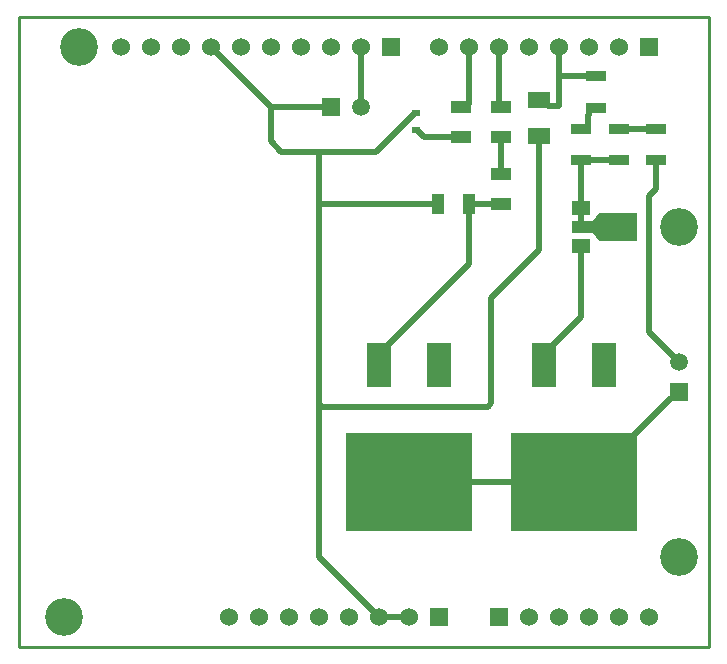
<source format=gtl>
%FSTAX23Y23*%
%MOIN*%
%SFA1B1*%

%IPPOS*%
%ADD10R,0.065283X0.037642*%
%ADD11R,0.080000X0.150000*%
%ADD12R,0.419999X0.329999*%
%ADD13R,0.059055X0.047244*%
%ADD14R,0.039370X0.039370*%
%ADD15R,0.031496X0.023622*%
%ADD16R,0.070866X0.041339*%
%ADD17R,0.072835X0.053150*%
%ADD18R,0.043307X0.066929*%
%ADD19C,0.010000*%
%ADD20C,0.020000*%
%ADD21R,0.059055X0.059055*%
%ADD22C,0.059055*%
%ADD23R,0.059055X0.059055*%
%ADD24C,0.060000*%
%ADD25R,0.060000X0.060000*%
%ADD26C,0.125984*%
G36*
X02462Y01447D02*
X02334D01*
X02314Y01419*
X02245*
Y0138*
X02314*
X02334Y01352*
X02462*
Y01447*
G37*
G54D10*
X02325Y01902D03*
Y01797D03*
X024Y01622D03*
Y01727D03*
X02525D03*
Y01622D03*
X02275Y01727D03*
Y01622D03*
G54D11*
X0215Y0094D03*
X0235D03*
X016D03*
X018D03*
G54D12*
X0225Y00549D03*
X017D03*
G54D13*
X02275Y01462D03*
Y01337D03*
G54D14*
X02275Y014D03*
G54D15*
X01725Y01721D03*
Y01778D03*
G54D16*
X01875Y01699D03*
Y018D03*
X02007Y01474D03*
Y01575D03*
Y01699D03*
Y018D03*
G54D17*
X02135Y01821D03*
Y01701D03*
G54D18*
X01901Y01475D03*
X01798D03*
G54D19*
X004Y0D02*
X027D01*
X004Y021D02*
X027D01*
Y0D02*
Y021D01*
X004Y0D02*
Y021D01*
G54D20*
X014Y00811D02*
Y01475D01*
Y003D02*
Y00811D01*
Y003D02*
X016Y001D01*
X014Y01475D02*
Y0165D01*
Y01475D02*
X01798D01*
X014Y0165D02*
X01592D01*
X01275D02*
X014D01*
X01411Y008D02*
X01963D01*
X014Y00811D02*
X01411Y008D01*
X01963D02*
X01975Y00811D01*
Y01162*
X02135Y01322*
Y01701*
X0215Y00975D02*
X02275Y011D01*
Y01337*
X025Y0105D02*
Y01502D01*
Y0105D02*
X026Y0095D01*
X025Y01502D02*
X02525Y01527D01*
X017Y00549D02*
X0225D01*
X02295*
X016Y001D02*
X017D01*
X0124Y01685D02*
X01275Y0165D01*
X0124Y01685D02*
Y018D01*
X01721Y01778D02*
X01725D01*
X01592Y0165D02*
X01721Y01778D01*
X0104Y02D02*
X0124Y018D01*
X0144*
X02525Y01527D02*
Y01622D01*
X024Y01727D02*
X02525D01*
X02275Y01622D02*
X024D01*
X02275Y01462D02*
Y01622D01*
X02288Y01727D02*
X02297Y01736D01*
X02275Y01727D02*
X02288D01*
X02311Y01797D02*
X02325D01*
X02302Y01788D02*
X02311Y01797D01*
X02302Y01775D02*
Y01788D01*
X02297Y0177D02*
X02302Y01775D01*
X02297Y01736D02*
Y0177D01*
X022Y01901D02*
Y02D01*
Y01802D02*
Y01901D01*
X02201Y01902D02*
X02325D01*
X022Y01901D02*
X02201Y01902D01*
X0154Y018D02*
Y02D01*
X01725Y01721D02*
X01728D01*
X0175Y01699D02*
X01875D01*
X01728Y01721D02*
X0175Y01699D01*
X01889Y018D02*
X019Y0181D01*
Y02*
X01875Y018D02*
X01889D01*
X02Y01807D02*
Y02D01*
Y01807D02*
X02007Y018D01*
Y01575D02*
Y01699D01*
X02164Y01802D02*
X022D01*
X02145Y01821D02*
X02164Y01802D01*
X02135Y01821D02*
X02145D01*
X02275Y014D02*
Y01462D01*
X01901Y01474D02*
X02007D01*
X01901Y01475D02*
X01901Y01474D01*
X01901Y01276D02*
Y01475D01*
X016Y0094D02*
Y00975D01*
X01901Y01276*
X0215Y0094D02*
Y00975D01*
X02295Y00549D02*
X02575Y0083D01*
X0258*
X026Y0085*
G54D21*
X0144Y018D03*
G54D22*
X0154Y018D03*
X026Y0095D03*
G54D23*
X026Y0085D03*
G54D24*
X016Y001D03*
X017D03*
X011D03*
X012D03*
X013D03*
X014D03*
X015D03*
X023Y02D03*
X024D03*
X018D03*
X019D03*
X02D03*
X021D03*
X022D03*
X0074D03*
X0084D03*
X0094D03*
X0104D03*
X0114D03*
X0124D03*
X0134D03*
X0144D03*
X0154D03*
X025Y001D03*
X024D03*
X023D03*
X022D03*
X021D03*
G54D25*
X018Y001D03*
X025Y02D03*
X0164D03*
X02Y001D03*
G54D26*
X006Y02D03*
X0055Y001D03*
X026Y014D03*
Y003D03*
M02*
</source>
